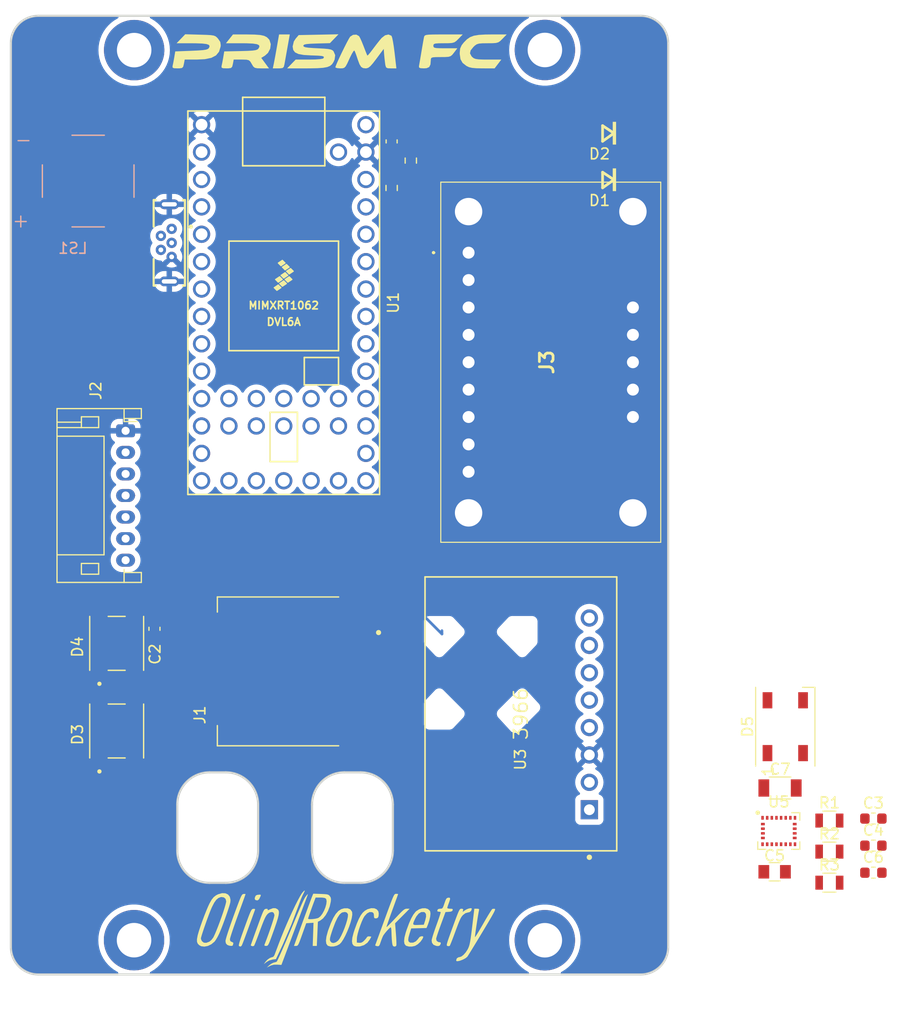
<source format=kicad_pcb>
(kicad_pcb (version 20221018) (generator pcbnew)
  (layers (0 "F.Cu" signal) (31 "B.Cu" signal) (34 "B.Paste" user) (35 "F.Paste" user) (36 "B.SilkS" user "B.Silkscreen") (37 "F.SilkS" user "F.Silkscreen") (38 "B.Mask" user) (39 "F.Mask" user) (44 "Edge.Cuts" user))
  (net 0 "")
  (net 1 "/V_BATT")
  (net 2 "GND")
  (net 3 "/PYRO 1")
  (net 4 "/PYRO 2")
  (net 5 "/CONT 1")
  (net 6 "/CONT 2")
  (net 7 "/ARM")
  (net 8 "Net-(R4-Pad2)")
  (net 11 "/SCL 0")
  (net 12 "/SDA 0")
  (net 13 "/BUZZER")
  (net 29 "/3.3V")
  (net 32 "Net-(D3-Pad4)")
  (net 33 "/NEOPIXEL")
  (net 34 "/VIN")
  (net 35 "/V_USB")
  (net 37 "Net-(J3-Pad2)")
  (net 42 "Net-(J3-Pad3)")
  (net 49 "/5V")
  (net 53 "/V_SENSE")
  (net 85 "Net-(U5-C1)")
  (net 86 "Net-(U5-CAP)")
  (net 87 "Net-(U5-DEN_A{slash}G)")
  (footprint "Teensy_4.1:Teensy40" (layer "F.Cu") (at 132.4864 76.6826 -90)
    (fp_text reference "U1" (at 0 -10.16 90) (layer "F.SilkS"))
    (fp_text value "Teensy4.0")
    (fp_text user "MIMXRT1062" (at 0.254 0) (layer "F.SilkS") (effects (font (size 0.7 0.7))))
    (fp_text user "DVL6A" (at 1.778 0) (layer "F.SilkS") (effects (font (size 0.7 0.7))))
    (pad "1" thru_hole circle (at -16.51 7.62 270) (size 1.6 1.6) (drill 1.1) (layers "*.Cu" "*.Mask") (net 2 "GND"))
    (pad "2" thru_hole circle (at -13.97 7.62 270) (size 1.6 1.6) (drill 1.1) (layers "*.Cu" "*.Mask"))
    (pad "3" thru_hole circle (at -11.43 7.62 270) (size 1.6 1.6) (drill 1.1) (layers "*.Cu" "*.Mask"))
    (pad "4" thru_hole circle (at -8.89 7.62 270) (size 1.6 1.6) (drill 1.1) (layers "*.Cu" "*.Mask"))
    (pad "5" thru_hole circle (at -6.35 7.62 270) (size 1.6 1.6) (drill 1.1) (layers "*.Cu" "*.Mask"))
    (pad "6" thru_hole circle (at -3.81 7.62 270) (size 1.6 1.6) (drill 1.1) (layers "*.Cu" "*.Mask"))
    (pad "7" thru_hole circle (at -1.27 7.62 270) (size 1.6 1.6) (drill 1.1) (layers "*.Cu" "*.Mask"))
    (pad "8" thru_hole circle (at 1.27 7.62 270) (size 1.6 1.6) (drill 1.1) (layers "*.Cu" "*.Mask"))
    (pad "9" thru_hole circle (at 3.81 7.62 270) (size 1.6 1.6) (drill 1.1) (layers "*.Cu" "*.Mask"))
    (pad "10" thru_hole circle (at 6.35 7.62 270) (size 1.6 1.6) (drill 1.1) (layers "*.Cu" "*.Mask"))
    (pad "11" thru_hole circle (at 8.89 7.62 270) (size 1.6 1.6) (drill 1.1) (layers "*.Cu" "*.Mask"))
    (pad "12" thru_hole circle (at 11.43 7.62 270) (size 1.6 1.6) (drill 1.1) (layers "*.Cu" "*.Mask"))
    (pad "13" thru_hole circle (at 13.97 7.62 270) (size 1.6 1.6) (drill 1.1) (layers "*.Cu" "*.Mask"))
    (pad "14" thru_hole circle (at 16.51 7.62 270) (size 1.6 1.6) (drill 1.1) (layers "*.Cu" "*.Mask"))
    (pad "15" thru_hole circle (at 16.51 5.08 270) (size 1.6 1.6) (drill 1.1) (layers "*.Cu" "*.Mask"))
    (pad "16" thru_hole circle (at 16.51 2.54 270) (size 1.6 1.6) (drill 1.1) (layers "*.Cu" "*.Mask"))
    (pad "17" thru_hole circle (at 16.51 0 270) (size 1.6 1.6) (drill 1.1) (layers "*.Cu" "*.Mask"))
    (pad "18" thru_hole circle (at 16.51 -2.54 270) (size 1.6 1.6) (drill 1.1) (layers "*.Cu" "*.Mask") (net 13 "/BUZZER"))
    (pad "19" thru_hole circle (at 16.51 -5.08 270) (size 1.6 1.6) (drill 1.1) (layers "*.Cu" "*.Mask"))
    (pad "20" thru_hole circle (at 16.51 -7.62 270) (size 1.6 1.6) (drill 1.1) (layers "*.Cu" "*.Mask"))
    (pad "21" thru_hole circle (at 13.97 -7.62 270) (size 1.6 1.6) (drill 1.1) (layers "*.Cu" "*.Mask"))
    (pad "22" thru_hole circle (at 11.43 -7.62 270) (size 1.6 1.6) (drill 1.1) (layers "*.Cu" "*.Mask"))
    (pad "23" thru_hole circle (at 8.89 -7.62 270) (size 1.6 1.6) (drill 1.1) (layers "*.Cu" "*.Mask"))
    (pad "24" thru_hole circle (at 6.35 -7.62 270) (size 1.6 1.6) (drill 1.1) (layers "*.Cu" "*.Mask"))
    (pad "25" thru_hole circle (at 3.81 -7.62 270) (size 1.6 1.6) (drill 1.1) (layers "*.Cu" "*.Mask") (net 12 "/SDA 0"))
    (pad "26" thru_hole circle (at 1.27 -7.62 270) (size 1.6 1.6) (drill 1.1) (layers "*.Cu" "*.Mask") (net 11 "/SCL 0"))
    (pad "27" thru_hole circle (at -1.27 -7.62 270) (size 1.6 1.6) (drill 1.1) (layers "*.Cu" "*.Mask") (net 5 "/CONT 1"))
    (pad "28" thru_hole circle (at -3.81 -7.62 270) (size 1.6 1.6) (drill 1.1) (layers "*.Cu" "*.Mask") (net 6 "/CONT 2"))
    (pad "29" thru_hole circle (at -6.35 -7.62 270) (size 1.6 1.6) (drill 1.1) (layers "*.Cu" "*.Mask"))
    (pad "30" thru_hole circle (at -8.89 -7.62 270) (size 1.6 1.6) (drill 1.1) (layers "*.Cu" "*.Mask"))
    (pad "31" thru_hole circle (at -11.43 -7.62 270) (size 1.6 1.6) (drill 1.1) (layers "*.Cu" "*.Mask") (net 29 "/3.3V"))
    (pad "32" thru_hole circle (at -13.97 -7.62 270) (size 1.6 1.6) (drill 1.1) (layers "*.Cu" "*.Mask") (net 2 "GND"))
    (pad "33" thru_hole circle (at -16.51 -7.62 270) (size 1.6 1.6) (drill 1.1) (layers "*.Cu" "*.Mask") (net 49 "/5V"))
    (pad "34" thru_hole circle (at -13.97 -5.08 270) (size 1.6 1.6) (drill 1.1) (layers "*.Cu" "*.Mask"))
    (pad "35" thru_hole circle (at 11.43 -5.08 270) (size 1.6 1.6) (drill 1.1) (layers "*.Cu" "*.Mask") (net 3 "/PYRO 1"))
    (pad "36" thru_hole circle (at 8.89 -5.08 270) (size 1.6 1.6) (drill 1.1) (layers "*.Cu" "*.Mask") (net 4 "/PYRO 2"))
    (pad "37" thru_hole circle (at 11.43 -2.54 270) (size 1.6 1.6) (drill 1.1) (layers "*.Cu" "*.Mask") (net 7 "/ARM"))
    (pad "38" thru_hole circle (at 8.89 -2.54 270) (size 1.6 1.6) (drill 1.1) (layers "*.Cu" "*.Mask") (net 53 "/V_SENSE"))
    (pad "39" thru_hole circle (at 11.43 0 270) (size 1.6 1.6) (drill 1.1) (layers "*.Cu" "*.Mask"))
    (pad "40" thru_hole circle (at 8.89 0 270) (size 1.6 1.6) (drill 1.1) (layers "*.Cu" "*.Mask"))
    (pad "41" thru_hole circle (at 11.43 2.54 270) (size 1.6 1.6) (drill 1.1) (layers "*.Cu" "*.Mask"))
    (pad "42" thru_hole circle (at 8.89 2.54 270) (size 1.6 1.6) (drill 1.1) (layers "*.Cu" "*.Mask"))
    (pad "43" thru_hole circle (at 11.43 5.08 270) (size 1.6 1.6) (drill 1.1) (layers "*.Cu" "*.Mask"))
    (pad "44" thru_hole circle (at 8.89 5.08 270) (size 1.6 1.6) (drill 1.1) (layers "*.Cu" "*.Mask"))
  )
  (footprint "footprints:C_0603_1608Metric" (layer "F.Cu") (at 187.1725 129.54)
    (fp_text reference "C6" (at 0 -1.43) (layer "F.SilkS"))
    (fp_text value "C_100nF")
    (pad "1" smd roundrect (at -0.7875 0) (size 0.875 0.95) (layers "F.Cu" "F.Paste" "F.Mask") (net 85 "Net-(U5-C1)"))
    (pad "2" smd roundrect (at 0.7875 0) (size 0.875 0.95) (layers "F.Cu" "F.Paste" "F.Mask") (net 2 "GND"))
  )
  (footprint "Resistor_SMD:R_0603_1608Metric" (layer "F.Cu") (at 142.494 66.04 90)
    (fp_text reference "R5" hide)
    (fp_text value "300K" hide)
    (pad "1" smd roundrect (at -0.825 0 90) (size 0.8 0.95) (layers "F.Cu" "F.Paste" "F.Mask") (net 8 "Net-(R4-Pad2)"))
    (pad "2" smd roundrect (at 0.825 0 90) (size 0.8 0.95) (layers "F.Cu" "F.Paste" "F.Mask") (net 2 "GND"))
  )
  (footprint "BMP388:Adafruit_Industries-3966-MFG" (layer "F.Cu") (at 154.48 114.81 90)
    (fp_text reference "U3" (at -5.332 -0.048 90) (layer "F.SilkS") (effects (justify left)))
    (fp_text value "3966" (at 0 0 90) (layer "F.SilkS") (effects (font (size 1.27 1.27))))
    (pad "1" thru_hole rect (at -8.89 6.35 180) (size 1.6 1.78) (drill 1) (layers "*.Cu" "*.Mask") (net 29 "/3.3V"))
    (pad "2" thru_hole circle (at -6.35 6.35 180) (size 1.6 1.6) (drill 1) (layers "*.Cu" "*.Mask"))
    (pad "3" thru_hole circle (at -3.81 6.35 180) (size 1.6 1.6) (drill 1) (layers "*.Cu" "*.Mask") (net 2 "GND"))
    (pad "4" thru_hole circle (at -1.27 6.35 180) (size 1.6 1.6) (drill 1) (layers "*.Cu" "*.Mask") (net 11 "/SCL 0"))
    (pad "5" thru_hole circle (at 1.27 6.35 180) (size 1.6 1.6) (drill 1) (layers "*.Cu" "*.Mask"))
    (pad "6" thru_hole circle (at 3.81 6.35 180) (size 1.6 1.6) (drill 1) (layers "*.Cu" "*.Mask") (net 12 "/SDA 0"))
    (pad "7" thru_hole circle (at 6.35 6.35 180) (size 1.6 1.6) (drill 1) (layers "*.Cu" "*.Mask"))
    (pad "8" thru_hole circle (at 8.89 6.35 180) (size 1.6 1.6) (drill 1) (layers "*.Cu" "*.Mask"))
  )
  (footprint "LSM9DS1:3387" (layer "F.Cu") (at 149.63 72.04 -90)
    (fp_text reference "J3" (at 10.16 -7.26 90) (layer "F.SilkS") (effects (font (size 1.27 1.27) (thickness 0.254))))
    (fp_text value "3387" hide)
    (pad "1" thru_hole circle (at 0 0 270) (size 1.665 1.665) (drill 1.11) (layers "*.Cu" "*.Mask"))
    (pad "2" thru_hole circle (at 2.54 0 270) (size 1.665 1.665) (drill 1.11) (layers "*.Cu" "*.Mask") (net 29 "/3.3V"))
    (pad "3" thru_hole circle (at 5.08 0 270) (size 1.665 1.665) (drill 1.11) (layers "*.Cu" "*.Mask") (net 2 "GND"))
    (pad "4" thru_hole circle (at 7.62 0 270) (size 1.665 1.665) (drill 1.11) (layers "*.Cu" "*.Mask") (net 11 "/SCL 0"))
    (pad "5" thru_hole circle (at 10.16 0 270) (size 1.665 1.665) (drill 1.11) (layers "*.Cu" "*.Mask") (net 12 "/SDA 0"))
    (pad "6" thru_hole circle (at 12.7 0 270) (size 1.665 1.665) (drill 1.11) (layers "*.Cu" "*.Mask"))
    (pad "7" thru_hole circle (at 15.24 0 270) (size 1.665 1.665) (drill 1.11) (layers "*.Cu" "*.Mask"))
    (pad "8" thru_hole circle (at 17.78 0 270) (size 1.665 1.665) (drill 1.11) (layers "*.Cu" "*.Mask"))
    (pad "9" thru_hole circle (at 20.32 0 270) (size 1.665 1.665) (drill 1.11) (layers "*.Cu" "*.Mask"))
    (pad "10" thru_hole circle (at 15.24 -15.24 270) (size 1.665 1.665) (drill 1.11) (layers "*.Cu" "*.Mask"))
    (pad "11" thru_hole circle (at 12.7 -15.24 270) (size 1.665 1.665) (drill 1.11) (layers "*.Cu" "*.Mask"))
    (pad "12" thru_hole circle (at 10.16 -15.24 270) (size 1.665 1.665) (drill 1.11) (layers "*.Cu" "*.Mask"))
    (pad "13" thru_hole circle (at 7.62 -15.24 270) (size 1.665 1.665) (drill 1.11) (layers "*.Cu" "*.Mask"))
    (pad "14" thru_hole circle (at 5.08 -15.24 270) (size 1.665 1.665) (drill 1.11) (layers "*.Cu" "*.Mask"))
    (pad "MH1" thru_hole circle (at -3.81 0 270) (size 3.81 3.81) (drill 2.54) (layers "*.Cu" "*.Mask"))
    (pad "MH2" thru_hole circle (at 24.13 0 270) (size 3.81 3.81) (drill 2.54) (layers "*.Cu" "*.Mask"))
    (pad "MH3" thru_hole circle (at 24.13 -15.24 270) (size 3.81 3.81) (drill 2.54) (layers "*.Cu" "*.Mask"))
    (pad "MH4" thru_hole circle (at -3.81 -15.24 270) (size 3.81 3.81) (drill 2.54) (layers "*.Cu" "*.Mask"))
  )
  (footprint "MountingHole:MountingHole_3.2mm_M3_DIN965_Pad_TopBottom" (layer "F.Cu") (at 118.614971 53.255682)
    (fp_text reference "H1")
    (fp_text value "MountingHole_Pad")
    (pad "1" thru_hole circle (at 0 0) (size 3.6 3.6) (drill 3.2) (layers "*.Cu" "*.Mask"))
    (pad "1" connect circle (at 0 0) (size 5.6 5.6) (layers "F.Cu" "F.Mask"))
    (pad "1" connect circle (at 0 0) (size 5.6 5.6) (layers "B.Cu" "B.Mask"))
  )
  (footprint "Connector_JST:JST_PH_S7B-PH-K_1x07_P2.00mm_Horizontal" (layer "F.Cu") (at 117.82 88.56 -90)
    (fp_text reference "J2" (at -3.724 2.758 90) (layer "F.SilkS"))
    (fp_text value "CORE_IO" hide)
    (pad "1" thru_hole roundrect (at 0 0 270) (size 1.2 1.75) (drill 0.75) (layers "*.Cu" "*.Mask") (roundrect_rratio 0.2083333333) (net 2 "GND"))
    (pad "2" thru_hole oval (at 2 0 270) (size 1.2 1.75) (drill 0.75) (layers "*.Cu" "*.Mask") (net 1 "/V_BATT"))
    (pad "3" thru_hole oval (at 4 0 270) (size 1.2 1.75) (drill 0.75) (layers "*.Cu" "*.Mask") (net 3 "/PYRO 1"))
    (pad "4" thru_hole oval (at 6 0 270) (size 1.2 1.75) (drill 0.75) (layers "*.Cu" "*.Mask") (net 4 "/PYRO 2"))
    (pad "5" thru_hole oval (at 8 0 270) (size 1.2 1.75) (drill 0.75) (layers "*.Cu" "*.Mask") (net 7 "/ARM"))
    (pad "6" thru_hole oval (at 10 0 270) (size 1.2 1.75) (drill 0.75) (layers "*.Cu" "*.Mask") (net 5 "/CONT 1"))
    (pad "7" thru_hole oval (at 12 0 270) (size 1.2 1.75) (drill 0.75) (layers "*.Cu" "*.Mask") (net 6 "/CONT 2"))
  )
  (footprint "footprints:C_0603_1608Metric" (layer "F.Cu") (at 187.1725 124.52)
    (fp_text reference "C3" (at 0 -1.43) (layer "F.SilkS"))
    (fp_text value "C_100nF")
    (pad "1" smd roundrect (at -0.7875 0) (size 0.875 0.95) (layers "F.Cu" "F.Paste" "F.Mask") (net 2 "GND"))
    (pad "2" smd roundrect (at 0.7875 0) (size 0.875 0.95) (layers "F.Cu" "F.Paste" "F.Mask") (net 29 "/3.3V"))
  )
  (footprint "footprints:C_0805_OEM" (layer "F.Cu") (at 178.0125 129.455)
    (fp_text reference "C5" (at 0 -1.5) (layer "F.SilkS"))
    (fp_text value "C_10uF" hide)
    (pad "1" smd rect (at -1 0) (size 1 1.25) (layers "F.Cu" "F.Paste" "F.Mask") (net 29 "/3.3V"))
    (pad "2" smd rect (at 1 0) (size 1 1.25) (layers "F.Cu" "F.Paste" "F.Mask") (net 2 "GND"))
  )
  (footprint "footprints:R_0805_OEM" (layer "F.Cu") (at 183.0925 124.705)
    (fp_text reference "R1" (at 0 -1.65) (layer "F.SilkS"))
    (fp_text value "R_10K" hide)
    (pad "1" smd rect (at -0.95 0) (size 0.7 1.3) (layers "F.Cu" "F.Paste" "F.Mask") (net 29 "/3.3V"))
    (pad "2" smd rect (at 0.95 0) (size 0.7 1.3) (layers "F.Cu" "F.Paste" "F.Mask") (net 11 "/SCL 0"))
  )
  (footprint "DM3:HRS_DM3CS-SF" (layer "F.Cu") (at 133.38 111.07 90)
    (fp_text reference "J1" (at -3.840295 -8.669495 90) (layer "F.SilkS") (effects (font (size 1.003992 1.003992))))
    (fp_text value "DM3CS-SF")
    (pad "1" smd rect (at 3.2 6.35 90) (size 0.7 2) (layers "F.Cu" "F.Paste" "F.Mask"))
    (pad "2" smd rect (at 2.1 6.35 90) (size 0.7 2) (layers "F.Cu" "F.Paste" "F.Mask"))
    (pad "3" smd rect (at 1 6.35 90) (size 0.7 2) (layers "F.Cu" "F.Paste" "F.Mask"))
    (pad "4" smd rect (at -0.1 6.35 90) (size 0.7 2) (layers "F.Cu" "F.Paste" "F.Mask") (net 29 "/3.3V"))
    (pad "5" smd rect (at -1.2 6.35 90) (size 0.7 2) (layers "F.Cu" "F.Paste" "F.Mask"))
    (pad "6" smd rect (at -2.3 6.35 90) (size 0.7 2) (layers "F.Cu" "F.Paste" "F.Mask"))
    (pad "7" smd rect (at -3.4 6.35 90) (size 0.7 2) (layers "F.Cu" "F.Paste" "F.Mask"))
    (pad "8" smd rect (at -4.5 6.35 90) (size 0.7 2) (layers "F.Cu" "F.Paste" "F.Mask"))
    (pad "9" smd rect (at 1.8 -6.35 90) (size 2.7 1.4) (layers "F.Cu" "F.Paste" "F.Mask"))
    (pad "S1" smd rect (at -6.6 5.85 90) (size 1 2.6) (layers "F.Cu" "F.Paste" "F.Mask") (net 2 "GND"))
    (pad "S2" smd rect (at 6.75 5.85 90) (size 1.5 2.6) (layers "F.Cu" "F.Paste" "F.Mask") (net 2 "GND"))
    (pad "S3" smd rect (at -3.1 -6.35 90) (size 2.7 1.4) (layers "F.Cu" "F.Paste" "F.Mask") (net 2 "GND"))
    (pad "S5" smd rect (at 4.85 -6.45 90) (size 1.2 1.2) (layers "F.Cu" "F.Paste" "F.Mask") (net 2 "GND"))
  )
  (footprint "LOGO" (layer "F.Cu") (at 137.506882 53.550235)
    (fp_text reference "" (at 0 0) (layer "F.SilkS") (effects (font (size 1.524 1.524) (thickness 0.3))))
    (fp_text value "LOGO" hide)
  )
  (footprint "Capacitor_SMD:C_0603_1608Metric" (layer "F.Cu") (at 142.494 61.722 -90)
    (fp_text reference "C1" hide)
    (fp_text value "0.1uf" hide)
    (pad "1" smd roundrect (at -0.775 0 270) (size 0.9 0.95) (layers "F.Cu" "F.Paste" "F.Mask") (net 34 "/VIN"))
    (pad "2" smd roundrect (at 0.775 0 270) (size 0.9 0.95) (layers "F.Cu" "F.Paste" "F.Mask") (net 2 "GND"))
  )
  (footprint "MountingHole:MountingHole_3.2mm_M3_DIN965_Pad_TopBottom" (layer "F.Cu") (at 118.603304 135.797904)
    (fp_text reference "H4")
    (fp_text value "MountingHole")
    (pad "1" thru_hole circle (at 0 0) (size 3.6 3.6) (drill 3.2) (layers "*.Cu" "*.Mask"))
    (pad "1" connect circle (at 0 0) (size 5.6 5.6) (layers "F.Cu" "F.Mask"))
    (pad "1" connect circle (at 0 0) (size 5.6 5.6) (layers "B.Cu" "B.Mask"))
  )
  (footprint "footprints:R_0805_OEM" (layer "F.Cu") (at 183.0925 130.465)
    (fp_text reference "R3" (at 0 -1.65) (layer "F.SilkS"))
    (fp_text value "R_10K" hide)
    (pad "1" smd rect (at -0.95 0) (size 0.7 1.3) (layers "F.Cu" "F.Paste" "F.Mask") (net 29 "/3.3V"))
    (pad "2" smd rect (at 0.95 0) (size 0.7 1.3) (layers "F.Cu" "F.Paste" "F.Mask") (net 87 "Net-(U5-DEN_A{slash}G)"))
  )
  (footprint "Package_LGA:LGA-24L_3x3.5mm_P0.43mm" (layer "F.Cu") (at 178.3975 125.675)
    (fp_text reference "U5" (at 0 -2.7) (layer "F.SilkS"))
    (fp_text value "LSM9DS1")
    (pad "1" smd rect (at -1.505 -1.225) (size 0.23 0.35) (layers "F.Cu" "F.Paste" "F.Mask") (net 29 "/3.3V"))
    (pad "2" smd rect (at -1.475 -0.645) (size 0.35 0.23) (layers "F.Cu" "F.Paste" "F.Mask") (net 11 "/SCL 0"))
    (pad "3" smd rect (at -1.475 -0.215) (size 0.35 0.23) (layers "F.Cu" "F.Paste" "F.Mask") (net 29 "/3.3V"))
    (pad "4" smd rect (at -1.475 0.215) (size 0.35 0.23) (layers "F.Cu" "F.Paste" "F.Mask") (net 12 "/SDA 0"))
    (pad "5" smd rect (at -1.475 0.645) (size 0.35 0.23) (layers "F.Cu" "F.Paste" "F.Mask"))
    (pad "6" smd rect (at -1.505 1.225) (size 0.23 0.35) (layers "F.Cu" "F.Paste" "F.Mask") (net 12 "/SDA 0"))
    (pad "7" smd rect (at -1.075 1.225) (size 0.23 0.35) (layers "F.Cu" "F.Paste" "F.Mask"))
    (pad "8" smd rect (at -0.645 1.225) (size 0.23 0.35) (layers "F.Cu" "F.Paste" "F.Mask"))
    (pad "9" smd rect (at -0.215 1.225) (size 0.23 0.35) (layers "F.Cu" "F.Paste" "F.Mask"))
    (pad "10" smd rect (at 0.215 1.225) (size 0.23 0.35) (layers "F.Cu" "F.Paste" "F.Mask"))
    (pad "11" smd rect (at 0.645 1.225) (size 0.23 0.35) (layers "F.Cu" "F.Paste" "F.Mask"))
    (pad "12" smd rect (at 1.075 1.225) (size 0.23 0.35) (layers "F.Cu" "F.Paste" "F.Mask"))
    (pad "13" smd rect (at 1.505 1.225) (size 0.23 0.35) (layers "F.Cu" "F.Paste" "F.Mask") (net 87 "Net-(U5-DEN_A{slash}G)"))
    (pad "14" smd rect (at 1.475 0.645) (size 0.35 0.23) (layers "F.Cu" "F.Paste" "F.Mask") (net 2 "GND"))
    (pad "15" smd rect (at 1.475 0.215) (size 0.35 0.23) (layers "F.Cu" "F.Paste" "F.Mask") (net 2 "GND"))
    (pad "16" smd rect (at 1.475 -0.215) (size 0.35 0.23) (layers "F.Cu" "F.Paste" "F.Mask") (net 2 "GND"))
    (pad "17" smd rect (at 1.475 -0.645) (size 0.35 0.23) (layers "F.Cu" "F.Paste" "F.Mask") (net 2 "GND"))
    (pad "18" smd rect (at 1.505 -1.225) (size 0.23 0.35) (layers "F.Cu" "F.Paste" "F.Mask") (net 2 "GND"))
    (pad "19" smd rect (at 1.075 -1.225) (size 0.23 0.35) (layers "F.Cu" "F.Paste" "F.Mask") (net 2 "GND"))
    (pad "20" smd rect (at 0.645 -1.225) (size 0.23 0.35) (layers "F.Cu" "F.Paste" "F.Mask") (net 2 "GND"))
    (pad "21" smd rect (at 0.215 -1.225) (size 0.23 0.35) (layers "F.Cu" "F.Paste" "F.Mask") (net 86 "Net-(U5-CAP)"))
    (pad "22" smd rect (at -0.215 -1.225) (size 0.23 0.35) (layers "F.Cu" "F.Paste" "F.Mask") (net 29 "/3.3V"))
    (pad "23" smd rect (at -0.645 -1.225) (size 0.23 0.35) (layers "F.Cu" "F.Paste" "F.Mask") (net 29 "/3.3V"))
    (pad "24" smd rect (at -1.075 -1.225) (size 0.23 0.35) (layers "F.Cu" "F.Paste" "F.Mask") (net 85 "Net-(U5-C1)"))
  )
  (footprint "MountingHole:MountingHole_3.2mm_M3_DIN965_Pad_TopBottom" (layer "F.Cu") (at 156.706146 53.242782)
    (fp_text reference "H3" hide)
    (fp_text value "MountingHole")
    (pad "1" thru_hole circle (at 0 0) (size 3.6 3.6) (drill 3.2) (layers "*.Cu" "*.Mask"))
    (pad "1" connect circle (at 0 0) (size 5.6 5.6) (layers "F.Cu" "F.Mask"))
    (pad "1" connect circle (at 0 0) (size 5.6 5.6) (layers "B.Cu" "B.Mask"))
  )
  (footprint "JLC_footprints:DO-214AC" (layer "F.Cu") (at 162.306 65.278 180)
    (fp_text reference "D1" (at 0.535 -1.921) (layer "F.SilkS"))
    (fp_text value "SS54")
    (pad "A" smd rect (at 2.05 0 180) (size 1.8 1.7) (layers "F.Cu" "F.Paste" "F.Mask") (net 1 "/V_BATT"))
    (pad "C" smd rect (at -2.05 0 180) (size 1.8 1.7) (layers "F.Cu" "F.Paste" "F.Mask") (net 34 "/VIN"))
  )
  (footprint "footprints:C_0603_1608Metric" (layer "F.Cu") (at 187.1725 127.03)
    (fp_text reference "C4" (at 0 -1.43) (layer "F.SilkS"))
    (fp_text value "C_100nF")
    (pad "1" smd roundrect (at -0.7875 0) (size 0.875 0.95) (layers "F.Cu" "F.Paste" "F.Mask") (net 2 "GND"))
    (pad "2" smd roundrect (at 0.7875 0) (size 0.875 0.95) (layers "F.Cu" "F.Paste" "F.Mask") (net 29 "/3.3V"))
  )
  (footprint "Resistor_SMD:R_0603_1608Metric" (layer "F.Cu") (at 144.272 63.5 -90)
    (fp_text reference "R4" hide)
    (fp_text value "200K" hide)
    (pad "1" smd roundrect (at -0.825 0 270) (size 0.8 0.95) (layers "F.Cu" "F.Paste" "F.Mask") (net 34 "/VIN"))
    (pad "2" smd roundrect (at 0.825 0 270) (size 0.8 0.95) (layers "F.Cu" "F.Paste" "F.Mask") (net 8 "Net-(R4-Pad2)"))
  )
  (footprint "footprints:R_0805_OEM" (layer "F.Cu") (at 183.0925 127.585)
    (fp_text reference "R2" (at 0 -1.65) (layer "F.SilkS"))
    (fp_text value "R_10K" hide)
    (pad "1" smd rect (at -0.95 0) (size 0.7 1.3) (layers "F.Cu" "F.Paste" "F.Mask") (net 29 "/3.3V"))
    (pad "2" smd rect (at 0.95 0) (size 0.7 1.3) (layers "F.Cu" "F.Paste" "F.Mask") (net 12 "/SDA 0"))
  )
  (footprint "neopixel:LED_1655" (layer "F.Cu") (at 116.9924 108.2713 90)
    (fp_text reference "D4" (at -0.325 -3.635 90) (layer "F.SilkS"))
    (fp_text value "1655")
    (pad "1" smd rect (at -2.45 -1.6 180) (size 1 1.5) (layers "F.Cu" "F.Paste" "F.Mask") (net 2 "GND"))
    (pad "2" smd rect (at -2.45 1.6 180) (size 1 1.5) (layers "F.Cu" "F.Paste" "F.Mask") (net 32 "Net-(D3-Pad4)"))
    (pad "3" smd rect (at 2.45 1.6 180) (size 1 1.5) (layers "F.Cu" "F.Paste" "F.Mask") (net 49 "/5V"))
    (pad "4" smd rect (at 2.45 -1.6 180) (size 1 1.5) (layers "F.Cu" "F.Paste" "F.Mask"))
  )
  (footprint "Capacitor_SMD:C_0603_1608Metric" (layer "F.Cu") (at 120.4976 106.921 90)
    (fp_text reference "C2" (at -2.3498 0.0508 90) (layer "F.SilkS"))
    (fp_text value "0.1uf")
    (pad "1" smd roundrect (at -0.775 0 90) (size 0.9 0.95) (layers "F.Cu" "F.Paste" "F.Mask") (net 2 "GND"))
    (pad "2" smd roundrect (at 0.775 0 90) (size 0.9 0.95) (layers "F.Cu" "F.Paste" "F.Mask") (net 49 "/5V"))
  )
  (footprint "footprints:C_1206_OEM" (layer "F.Cu") (at 178.5125 121.685)
    (fp_text reference "C7" (at 0 -1.75) (layer "F.SilkS"))
    (fp_text value "C_10nF" hide)
    (pad "1" smd rect (at -1.5 0) (size 1 1.6) (layers "F.Cu" "F.Paste" "F.Mask") (net 86 "Net-(U5-CAP)"))
    (pad "2" smd rect (at 1.5 0) (size 1 1.6) (layers "F.Cu" "F.Paste" "F.Mask") (net 2 "GND"))
  )
  (footprint "neopixel:LED_1655" (layer "F.Cu") (at 116.9924 116.3993 90)
    (fp_text reference "D3" (at -0.325 -3.635 90) (layer "F.SilkS"))
    (fp_text value "1655")
    (pad "1" smd rect (at -2.45 -1.6 180) (size 1 1.5) (layers "F.Cu" "F.Paste" "F.Mask") (net 2 "GND"))
    (pad "2" smd rect (at -2.45 1.6 180) (size 1 1.5) (layers "F.Cu" "F.Paste" "F.Mask") (net 33 "/NEOPIXEL"))
    (pad "3" smd rect (at 2.45 1.6 180) (size 1 1.5) (layers "F.Cu" "F.Paste" "F.Mask") (net 49 "/5V"))
    (pad "4" smd rect (at 2.45 -1.6 180) (size 1 1.5) (layers "F.Cu" "F.Paste" "F.Mask") (net 32 "Net-(D3-Pad4)"))
  )
  (footprint "USB:GCT_USB3131-30-0230-A_REVB" (layer "F.Cu") (at 121.8725 71.13 -90)
    (fp_text reference "J3" hide)
    (fp_text value "USB_micro" hide)
    (pad "1" thru_hole circle (at -1.3 -0.22 270) (size 0.958 0.958) (drill 0.45) (layers "*.Cu" "*.Mask") (net 35 "/V_USB"))
    (pad "2" thru_hole circle (at -0.65 0.78 270) (size 0.958 0.958) (drill 0.45) (layers "*.Cu" "*.Mask") (net 37 "Net-(J3-Pad2)"))
    (pad "3" thru_hole circle (at 0 -0.22 270) (size 0.958 0.958) (drill 0.45) (layers "*.Cu" "*.Mask") (net 42 "Net-(J3-Pad3)"))
    (pad "4" thru_hole circle (at 0.65 0.78 270) (size 0.958 0.958) (drill 0.45) (layers "*.Cu" "*.Mask"))
    (pad "5" thru_hole circle (at 1.3 -0.22 270) (size 0.958 0.958) (drill 0.45) (layers "*.Cu" "*.Mask") (net 2 "GND"))
    (pad "S1" thru_hole oval (at -3.575 0 270) (size 0.908 1.816) (drill oval 0.4 1.4) (layers "*.Cu" "*.Mask") (net 2 "GND"))
    (pad "S2" thru_hole oval (at 3.575 0 270) (size 0.908 1.816) (drill oval 0.4 1.4) (layers "*.Cu" "*.Mask") (net 2 "GND"))
  )
  (footprint "MountingHole:MountingHole_3.2mm_M3_DIN965_Pad_TopBottom" (layer "F.Cu") (at 156.701211 135.804448)
    (fp_text reference "H2")
    (fp_text value "MountingHole")
    (pad "1" thru_hole circle (at 0 0) (size 3.6 3.6) (drill 3.2) (layers "*.Cu" "*.Mask"))
    (pad "1" connect circle (at 0 0) (size 5.6 5.6) (layers "F.Cu" "F.Mask"))
    (pad "1" connect circle (at 0 0) (size 5.6 5.6) (layers "B.Cu" "B.Mask"))
  )
  (footprint "JLC_footprints:DO-214AC" (layer "F.Cu") (at 162.306 60.96 180)
    (fp_text reference "D2" (at 0.535 -1.921) (layer "F.SilkS"))
    (fp_text value "SS54")
    (pad "A" smd rect (at 2.05 0 180) (size 1.8 1.7) (layers "F.Cu" "F.Paste" "F.Mask") (net 35 "/V_USB"))
    (pad "C" smd rect (at -2.05 0 180) (size 1.8 1.7) (layers "F.Cu" "F.Paste" "F.Mask") (net 34 "/VIN"))
  )
  (footprint "LED_SMD:LED_WS2812B_PLCC4_5.0x5.0mm_P3.2mm" (layer "F.Cu") (at 179 116 90)
    (fp_text reference "D5" (at 0 -3.5 90) (layer "F.SilkS"))
    (fp_text value "WS2812B")
    (fp_text user "1" (at -4.15 -1.6 90) (layer "F.SilkS"))
    (pad "1" smd rect (at -2.45 -1.65 90) (size 1.5 0.9) (layers "F.Cu" "F.Paste" "F.Mask"))
    (pad "2" smd rect (at -2.45 1.65 90) (size 1.5 0.9) (layers "F.Cu" "F.Paste" "F.Mask"))
    (pad "3" smd rect (at 2.45 1.65 90) (size 1.5 0.9) (layers "F.Cu" "F.Paste" "F.Mask"))
    (pad "4" smd rect (at 2.45 -1.65 90) (size 1.5 0.9) (layers "F.Cu" "F.Paste" "F.Mask"))
  )
  (footprint "LOGO" (layer "F.Cu") (at 138.1252 134.4676)
    (fp_text reference "" (at 0 0) (layer "F.SilkS") (effects (font (size 1.524 1.524) (thickness 0.3))))
    (fp_text value "LOGO" hide)
  )
  (footprint "buzzer:XDCR_SMT-0827-S-HT-R" (layer "B.Cu") (at 114.35 65.4)
    (fp_text reference "LS1" (at -1.425 6.235) (layer "B.SilkS") (effects (justify mirror)))
    (fp_text value "SMT-0827-S-HT-R" hide)
    (pad "2" smd custom (at 3.45 3.45) (size 1 1) (layers "B.Cu") (options (clearance outline) (anchor rect)) (primitives (gr_poly (pts (xy -1.44056 0.34792) (xy 0.39792 -1.49056) (xy 1.55 -0.23848) (xy -0.28848 1.6)) (width 0.01) (fill yes))))
    (pad "4" smd custom (at 3.6 -3.6) (size 1 1) (layers "B.Cu") (options (clearance outline) (anchor rect)) (primitives (gr_poly (pts (xy 0.24792 1.64056) (xy -1.59056 -0.19792) (xy -0.68848 -1.15) (xy 1.15 -1.15) (xy 1.15 0.68848)) (width 0.01) (fill yes))))
    (pad "N" smd custom (at -3.6 -3.6) (size 1 1) (layers "B.Cu") (net 2 "GND") (options (clearance outline) (anchor rect)) (primitives (gr_poly (pts (xy 1.59056 -0.19792) (xy -0.24792 1.64056) (xy -1.15 0.68848) (xy -1.15 -1.15) (xy 0.68848 -1.15)) (width 0.01) (fill yes))))
    (pad "P" smd custom (at -3.6 3.6) (size 1 1) (layers "B.Cu") (net 13 "/BUZZER") (options (clearance outline) (anchor rect)) (primitives (gr_poly (pts (xy -0.24792 -1.64056) (xy 1.59056 0.19792) (xy 0.68848 1.15) (xy -1.15 1.15) (xy -1.15 -0.68848)) (width 0.01) (fill yes))))
  )
  (gr_line (start 142.61 123.23) (end 142.61 127.484) (stroke (width 0.2)) (layer "Edge.Cuts"))
  (gr_arc (start 130.11 127.484) (mid 129.23132 129.60532) (end 127.11 130.484) (stroke (width 0.2)) (layer "Edge.Cuts"))
  (gr_line (start 168.14 136.435) (end 168.14 52.615) (stroke (width 0.2)) (layer "Edge.Cuts"))
  (gr_line (start 125.61 130.484) (end 127.11 130.484) (stroke (width 0.2)) (layer "Edge.Cuts"))
  (gr_line (start 109.72 138.975) (end 165.6 138.975) (stroke (width 0.2)) (layer "Edge.Cuts"))
  (gr_line (start 139.61 120.23) (end 138.11 120.23) (stroke (width 0.2)) (layer "Edge.Cuts"))
  (gr_arc (start 168.14 136.435) (mid 167.396051 138.231051) (end 165.6 138.975) (stroke (width 0.2)) (layer "Edge.Cuts"))
  (gr_arc (start 135.11 123.23) (mid 135.98868 121.10868) (end 138.11 120.23) (stroke (width 0.2)) (layer "Edge.Cuts"))
  (gr_line (start 135.11 123.23) (end 135.11 127.484) (stroke (width 0.2)) (layer "Edge.Cuts"))
  (gr_line (start 107.18 52.615) (end 107.18 136.435) (stroke (width 0.2)) (layer "Edge.Cuts"))
  (gr_arc (start 125.61 130.484) (mid 123.48868 129.60532) (end 122.61 127.484) (stroke (width 0.2)) (layer "Edge.Cuts"))
  (gr_line (start 165.6 50.075) (end 109.72 50.075) (stroke (width 0.2)) (layer "Edge.Cuts"))
  (gr_arc (start 107.18 52.615) (mid 107.923949 50.818949) (end 109.72 50.075) (stroke (width 0.2)) (layer "Edge.Cuts"))
  (gr_line (start 125.61 120.23) (end 127.11 120.23) (stroke (width 0.2)) (layer "Edge.Cuts"))
  (gr_arc (start 165.6 50.075) (mid 167.396051 50.818949) (end 168.14 52.615) (stroke (width 0.2)) (layer "Edge.Cuts"))
  (gr_arc (start 139.61 120.23) (mid 141.73132 121.10868) (end 142.61 123.23) (stroke (width 0.2)) (layer "Edge.Cuts"))
  (gr_arc (start 122.61 123.23) (mid 123.48868 121.10868) (end 125.61 120.23) (stroke (width 0.2)) (layer "Edge.Cuts"))
  (gr_line (start 130.11 123.23) (end 130.11 127.484) (stroke (width 0.2)) (layer "Edge.Cuts"))
  (gr_line (start 122.61 127.484) (end 122.61 123.23) (stroke (width 0.2)) (layer "Edge.Cuts"))
  (gr_arc (start 109.72 138.975) (mid 107.923949 138.231051) (end 107.18 136.435) (stroke (width 0.2)) (layer "Edge.Cuts"))
  (gr_arc (start 138.11 130.484) (mid 135.98868 129.60532) (end 135.11 127.484) (stroke (width 0.2)) (layer "Edge.Cuts"))
  (gr_arc (start 142.61 127.484) (mid 141.73132 129.60532) (end 139.61 130.484) (stroke (width 0.2)) (layer "Edge.Cuts"))
  (gr_arc (start 127.11 120.23) (mid 129.23132 121.10868) (end 130.11 123.23) (stroke (width 0.2)) (layer "Edge.Cuts"))
  (gr_line (start 138.11 130.484) (end 139.61 130.484) (stroke (width 0.2)) (layer "Edge.Cuts"))
  (segment (start 147.15825 107.402) (end 145.01385 105.2576) (width 0.25) (layer "B.Cu") (net 2))
  (segment (start 145.01385 105.2576) (end 144.9324 105.2576) (width 0.25) (layer "B.Cu") (net 2))
  (segment (start 147.15825 107.402) (end 147.15825 107.09575) (width 0.25) (layer "B.Cu") (net 2))
  (segment (start 117.82 94.56) (end 118.585 94.56) (width 0.25) (layer "F.Cu") (net 4))
  (segment (start 118.4482 98.56) (end 117.82 98.56) (width 0.2032) (layer "F.Cu") (net 5))
  (segment (start 117.82 96.56) (end 118.045 96.56) (width 0.25) (layer "F.Cu") (net 7))
  (segment (start 115.3924 113.9493) (end 115.3924 113.9213) (width 0.2032) (layer "F.Cu") (net 32))
  (segment (start 142.494 60.947) (end 142.544 60.947) (width 0.508) (layer "F.Cu") (net 34))
  (segment (start 120.624 106.146) (end 120.4976 106.146) (width 0.508) (layer "F.Cu") (net 49))
  (segment (start 118.9171 106.146) (end 118.5924 105.8213) (width 0.508) (layer "F.Cu") (net 49))
  (zone (net 2) (net_name "GND") (layer "B.Cu") (connect_pads (clearance 0.508)) (min_thickness 0.254) (fill yes (thermal_gap 0.508) (thermal_bridge_width 0.508))
    (polygon (pts (xy 168.91 140.716) (xy 106.426 140.462) (xy 106.172 49.022) (xy 168.91 49.022)))
  )
)
</source>
